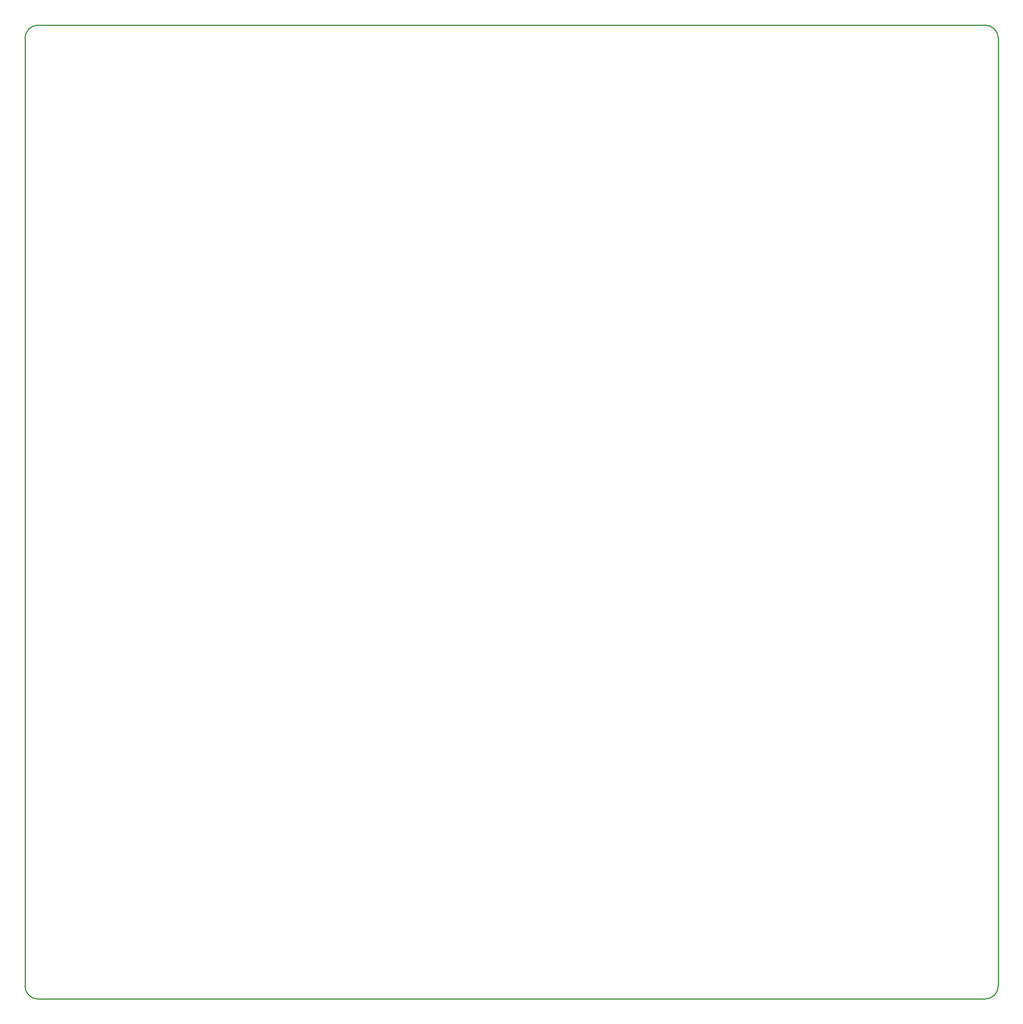
<source format=gko>
G04*
G04 #@! TF.GenerationSoftware,Altium Limited,Altium Designer,20.0.14 (345)*
G04*
G04 Layer_Color=16711935*
%FSLAX25Y25*%
%MOIN*%
G70*
G01*
G75*
%ADD10C,0.01000*%
D10*
X-14000Y-3173D02*
G03*
X-3173Y-14000I10827J0D01*
G01*
X775960D02*
G03*
X786786Y-3173I0J10827D01*
G01*
X786799Y775969D02*
G03*
X775972Y786796I-10827J0D01*
G01*
X-3173Y786824D02*
G03*
X-14000Y775997I0J-10827D01*
G01*
X-3173Y-14000D02*
X775960D01*
X786786Y-3173D02*
X786800D01*
X786800Y775969D01*
X786799D02*
X786800D01*
X775972Y786796D02*
Y786800D01*
X-3197D02*
X775972D01*
X-3197D02*
X-3173Y786824D01*
X-14000Y775997D02*
X-14000Y776064D01*
Y-3173D02*
Y776064D01*
M02*

</source>
